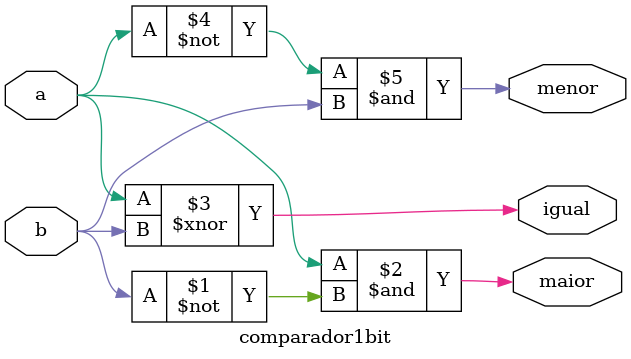
<source format=v>
module comparador1bit (a, b, maior, igual, menor);
	input a, b;
	output maior, igual, menor;

	assign maior = a & ~b;
	assign igual = a ~^ b;
	assign menor = ~a & b;

endmodule
	
</source>
